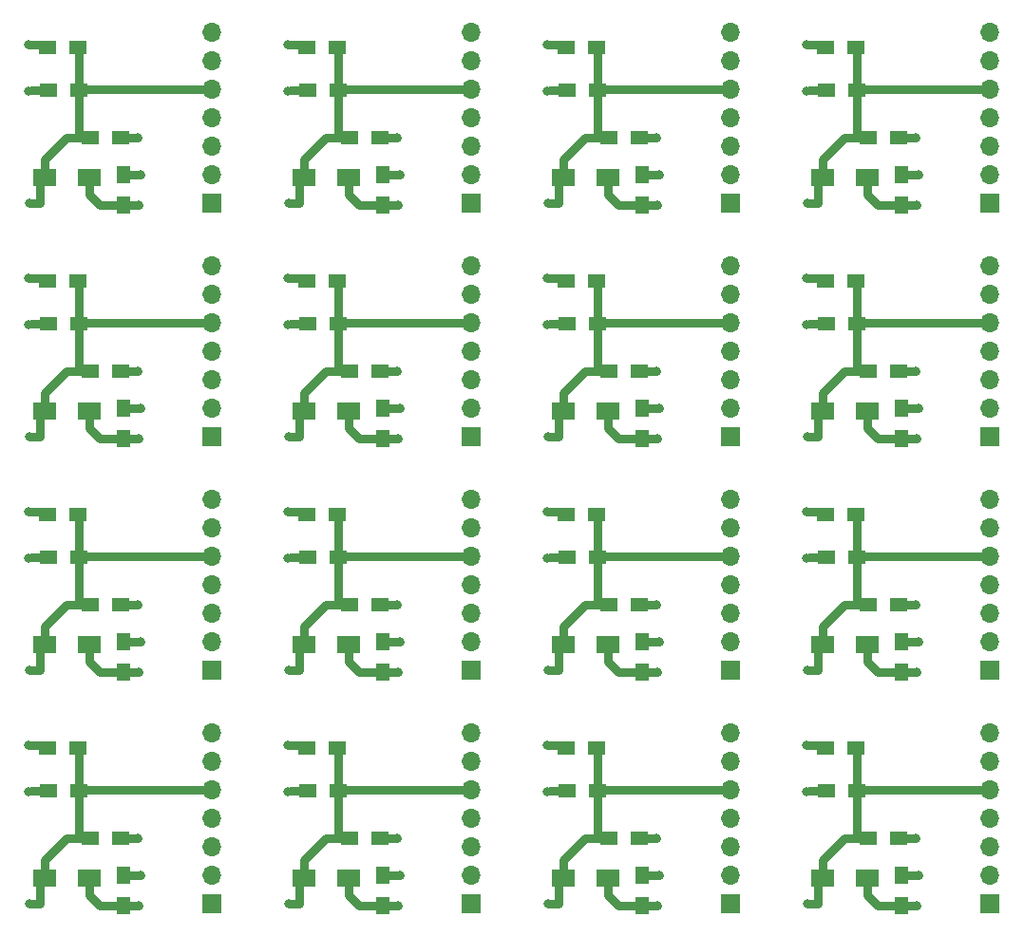
<source format=gbr>
G04 #@! TF.GenerationSoftware,KiCad,Pcbnew,5.1.6-c6e7f7d~86~ubuntu19.10.1*
G04 #@! TF.CreationDate,2021-03-24T16:57:24+01:00*
G04 #@! TF.ProjectId,ESP_12F,4553505f-3132-4462-9e6b-696361645f70,rev?*
G04 #@! TF.SameCoordinates,Original*
G04 #@! TF.FileFunction,Copper,L2,Bot*
G04 #@! TF.FilePolarity,Positive*
%FSLAX46Y46*%
G04 Gerber Fmt 4.6, Leading zero omitted, Abs format (unit mm)*
G04 Created by KiCad (PCBNEW 5.1.6-c6e7f7d~86~ubuntu19.10.1) date 2021-03-24 16:57:24*
%MOMM*%
%LPD*%
G01*
G04 APERTURE LIST*
G04 #@! TA.AperFunction,SMDPad,CuDef*
%ADD10R,1.500000X1.300000*%
G04 #@! TD*
G04 #@! TA.AperFunction,SMDPad,CuDef*
%ADD11R,2.000000X1.600000*%
G04 #@! TD*
G04 #@! TA.AperFunction,ComponentPad*
%ADD12R,1.700000X1.700000*%
G04 #@! TD*
G04 #@! TA.AperFunction,ComponentPad*
%ADD13O,1.700000X1.700000*%
G04 #@! TD*
G04 #@! TA.AperFunction,SMDPad,CuDef*
%ADD14R,1.300000X1.500000*%
G04 #@! TD*
G04 #@! TA.AperFunction,ViaPad*
%ADD15C,0.800000*%
G04 #@! TD*
G04 #@! TA.AperFunction,Conductor*
%ADD16C,0.800000*%
G04 #@! TD*
G04 APERTURE END LIST*
D10*
X191864000Y-80137000D03*
X194564000Y-80137000D03*
D11*
X172466000Y-91694000D03*
X168466000Y-91694000D03*
X195580000Y-133350000D03*
X191580000Y-133350000D03*
D10*
X194644000Y-83947000D03*
X191944000Y-83947000D03*
X168830000Y-104775000D03*
X171530000Y-104775000D03*
X198374000Y-129794000D03*
X195674000Y-129794000D03*
X191944000Y-125603000D03*
X194644000Y-125603000D03*
X194644000Y-104775000D03*
X191944000Y-104775000D03*
D12*
X206502000Y-73152000D03*
D13*
X206502000Y-70612000D03*
X206502000Y-68072000D03*
X206502000Y-65532000D03*
X206502000Y-62992000D03*
X206502000Y-60452000D03*
X206502000Y-57912000D03*
D10*
X171530000Y-63119000D03*
X168830000Y-63119000D03*
X171530000Y-125603000D03*
X168830000Y-125603000D03*
X195674000Y-88138000D03*
X198374000Y-88138000D03*
D14*
X175514000Y-73312000D03*
X175514000Y-70612000D03*
X198628000Y-70612000D03*
X198628000Y-73312000D03*
D13*
X183388000Y-57912000D03*
X183388000Y-60452000D03*
X183388000Y-62992000D03*
X183388000Y-65532000D03*
X183388000Y-68072000D03*
X183388000Y-70612000D03*
D12*
X183388000Y-73152000D03*
D11*
X168466000Y-133350000D03*
X172466000Y-133350000D03*
D10*
X191864000Y-100965000D03*
X194564000Y-100965000D03*
D11*
X191580000Y-91694000D03*
X195580000Y-91694000D03*
D10*
X171450000Y-80137000D03*
X168750000Y-80137000D03*
X191944000Y-63119000D03*
X194644000Y-63119000D03*
X195674000Y-108966000D03*
X198374000Y-108966000D03*
X172560000Y-67310000D03*
X175260000Y-67310000D03*
D11*
X172466000Y-112522000D03*
X168466000Y-112522000D03*
D10*
X171450000Y-100965000D03*
X168750000Y-100965000D03*
D14*
X175514000Y-91440000D03*
X175514000Y-94140000D03*
D11*
X195580000Y-70866000D03*
X191580000Y-70866000D03*
D13*
X206502000Y-78740000D03*
X206502000Y-81280000D03*
X206502000Y-83820000D03*
X206502000Y-86360000D03*
X206502000Y-88900000D03*
X206502000Y-91440000D03*
D12*
X206502000Y-93980000D03*
D14*
X198628000Y-94140000D03*
X198628000Y-91440000D03*
D10*
X194564000Y-121793000D03*
X191864000Y-121793000D03*
X168750000Y-121793000D03*
X171450000Y-121793000D03*
X172560000Y-129794000D03*
X175260000Y-129794000D03*
D12*
X206502000Y-135636000D03*
D13*
X206502000Y-133096000D03*
X206502000Y-130556000D03*
X206502000Y-128016000D03*
X206502000Y-125476000D03*
X206502000Y-122936000D03*
X206502000Y-120396000D03*
D12*
X183388000Y-114808000D03*
D13*
X183388000Y-112268000D03*
X183388000Y-109728000D03*
X183388000Y-107188000D03*
X183388000Y-104648000D03*
X183388000Y-102108000D03*
X183388000Y-99568000D03*
X206502000Y-99568000D03*
X206502000Y-102108000D03*
X206502000Y-104648000D03*
X206502000Y-107188000D03*
X206502000Y-109728000D03*
X206502000Y-112268000D03*
D12*
X206502000Y-114808000D03*
D10*
X168830000Y-83947000D03*
X171530000Y-83947000D03*
X175260000Y-88138000D03*
X172560000Y-88138000D03*
X175260000Y-108966000D03*
X172560000Y-108966000D03*
D14*
X198628000Y-114968000D03*
X198628000Y-112268000D03*
D12*
X183388000Y-93980000D03*
D13*
X183388000Y-91440000D03*
X183388000Y-88900000D03*
X183388000Y-86360000D03*
X183388000Y-83820000D03*
X183388000Y-81280000D03*
X183388000Y-78740000D03*
D14*
X198628000Y-133096000D03*
X198628000Y-135796000D03*
D11*
X191580000Y-112522000D03*
X195580000Y-112522000D03*
D10*
X198374000Y-67310000D03*
X195674000Y-67310000D03*
X194564000Y-59309000D03*
X191864000Y-59309000D03*
X168750000Y-59309000D03*
X171450000Y-59309000D03*
D11*
X168466000Y-70866000D03*
X172466000Y-70866000D03*
D13*
X183388000Y-120396000D03*
X183388000Y-122936000D03*
X183388000Y-125476000D03*
X183388000Y-128016000D03*
X183388000Y-130556000D03*
X183388000Y-133096000D03*
D12*
X183388000Y-135636000D03*
D14*
X175514000Y-135796000D03*
X175514000Y-133096000D03*
X175514000Y-112268000D03*
X175514000Y-114968000D03*
D10*
X238092000Y-121793000D03*
X240792000Y-121793000D03*
D11*
X218694000Y-133350000D03*
X214694000Y-133350000D03*
D10*
X240872000Y-125603000D03*
X238172000Y-125603000D03*
D12*
X252730000Y-114808000D03*
D13*
X252730000Y-112268000D03*
X252730000Y-109728000D03*
X252730000Y-107188000D03*
X252730000Y-104648000D03*
X252730000Y-102108000D03*
X252730000Y-99568000D03*
D10*
X217758000Y-104775000D03*
X215058000Y-104775000D03*
X241902000Y-129794000D03*
X244602000Y-129794000D03*
D14*
X221742000Y-114968000D03*
X221742000Y-112268000D03*
X244856000Y-112268000D03*
X244856000Y-114968000D03*
D13*
X229616000Y-99568000D03*
X229616000Y-102108000D03*
X229616000Y-104648000D03*
X229616000Y-107188000D03*
X229616000Y-109728000D03*
X229616000Y-112268000D03*
D12*
X229616000Y-114808000D03*
D11*
X237808000Y-133350000D03*
X241808000Y-133350000D03*
D10*
X217678000Y-121793000D03*
X214978000Y-121793000D03*
X238172000Y-104775000D03*
X240872000Y-104775000D03*
X218788000Y-108966000D03*
X221488000Y-108966000D03*
D14*
X221742000Y-133096000D03*
X221742000Y-135796000D03*
D11*
X241808000Y-112522000D03*
X237808000Y-112522000D03*
D13*
X252730000Y-120396000D03*
X252730000Y-122936000D03*
X252730000Y-125476000D03*
X252730000Y-128016000D03*
X252730000Y-130556000D03*
X252730000Y-133096000D03*
D12*
X252730000Y-135636000D03*
D14*
X244856000Y-135796000D03*
X244856000Y-133096000D03*
D10*
X215058000Y-125603000D03*
X217758000Y-125603000D03*
X221488000Y-129794000D03*
X218788000Y-129794000D03*
D12*
X229616000Y-135636000D03*
D13*
X229616000Y-133096000D03*
X229616000Y-130556000D03*
X229616000Y-128016000D03*
X229616000Y-125476000D03*
X229616000Y-122936000D03*
X229616000Y-120396000D03*
D10*
X244602000Y-108966000D03*
X241902000Y-108966000D03*
X240792000Y-100965000D03*
X238092000Y-100965000D03*
X214978000Y-100965000D03*
X217678000Y-100965000D03*
D11*
X214694000Y-112522000D03*
X218694000Y-112522000D03*
D12*
X252730000Y-93980000D03*
D13*
X252730000Y-91440000D03*
X252730000Y-88900000D03*
X252730000Y-86360000D03*
X252730000Y-83820000D03*
X252730000Y-81280000D03*
X252730000Y-78740000D03*
D10*
X217758000Y-83947000D03*
X215058000Y-83947000D03*
D14*
X221742000Y-94140000D03*
X221742000Y-91440000D03*
X244856000Y-91440000D03*
X244856000Y-94140000D03*
D13*
X229616000Y-78740000D03*
X229616000Y-81280000D03*
X229616000Y-83820000D03*
X229616000Y-86360000D03*
X229616000Y-88900000D03*
X229616000Y-91440000D03*
D12*
X229616000Y-93980000D03*
D10*
X238172000Y-83947000D03*
X240872000Y-83947000D03*
X218788000Y-88138000D03*
X221488000Y-88138000D03*
D11*
X241808000Y-91694000D03*
X237808000Y-91694000D03*
D10*
X244602000Y-88138000D03*
X241902000Y-88138000D03*
X240792000Y-80137000D03*
X238092000Y-80137000D03*
X214978000Y-80137000D03*
X217678000Y-80137000D03*
D11*
X214694000Y-91694000D03*
X218694000Y-91694000D03*
D12*
X229616000Y-73152000D03*
D13*
X229616000Y-70612000D03*
X229616000Y-68072000D03*
X229616000Y-65532000D03*
X229616000Y-62992000D03*
X229616000Y-60452000D03*
X229616000Y-57912000D03*
D14*
X221742000Y-70612000D03*
X221742000Y-73312000D03*
D10*
X215058000Y-63119000D03*
X217758000Y-63119000D03*
D11*
X218694000Y-70866000D03*
X214694000Y-70866000D03*
D10*
X221488000Y-67310000D03*
X218788000Y-67310000D03*
X217678000Y-59309000D03*
X214978000Y-59309000D03*
D13*
X252730000Y-57912000D03*
X252730000Y-60452000D03*
X252730000Y-62992000D03*
X252730000Y-65532000D03*
X252730000Y-68072000D03*
X252730000Y-70612000D03*
D12*
X252730000Y-73152000D03*
D11*
X237808000Y-70866000D03*
X241808000Y-70866000D03*
D10*
X240872000Y-63119000D03*
X238172000Y-63119000D03*
X238092000Y-59309000D03*
X240792000Y-59309000D03*
X241902000Y-67310000D03*
X244602000Y-67310000D03*
D14*
X244856000Y-73312000D03*
X244856000Y-70612000D03*
D15*
X236444000Y-73182000D03*
X213330000Y-73182000D03*
X236444000Y-94010000D03*
X213330000Y-94010000D03*
X213330000Y-135666000D03*
X236444000Y-114838000D03*
X236444000Y-135666000D03*
X213330000Y-114838000D03*
X167102000Y-135666000D03*
X167102000Y-94010000D03*
X190216000Y-114838000D03*
X190216000Y-135666000D03*
X190216000Y-73182000D03*
X190216000Y-94010000D03*
X167102000Y-114838000D03*
X167102000Y-73182000D03*
X246220000Y-73312000D03*
X223106000Y-73312000D03*
X246220000Y-94140000D03*
X223106000Y-94140000D03*
X246220000Y-135796000D03*
X246220000Y-114968000D03*
X223106000Y-114968000D03*
X223106000Y-135796000D03*
X199992000Y-94140000D03*
X199992000Y-73312000D03*
X199992000Y-135796000D03*
X176878000Y-114968000D03*
X176878000Y-135796000D03*
X199992000Y-114968000D03*
X176878000Y-73312000D03*
X176878000Y-94140000D03*
X236410000Y-63182000D03*
X213296000Y-63182000D03*
X213296000Y-84010000D03*
X236410000Y-84010000D03*
X213296000Y-104838000D03*
X236410000Y-125666000D03*
X213296000Y-125666000D03*
X236410000Y-104838000D03*
X167068000Y-63182000D03*
X190182000Y-84010000D03*
X190182000Y-104838000D03*
X167068000Y-125666000D03*
X167068000Y-84010000D03*
X190182000Y-63182000D03*
X167068000Y-104838000D03*
X190182000Y-125666000D03*
X236406001Y-59067001D03*
X213292001Y-59067001D03*
X236406001Y-79895001D03*
X213292001Y-79895001D03*
X236406001Y-100723001D03*
X213292001Y-100723001D03*
X236406001Y-121551001D03*
X213292001Y-121551001D03*
X167064001Y-121551001D03*
X190178001Y-59067001D03*
X167064001Y-59067001D03*
X190178001Y-79895001D03*
X167064001Y-79895001D03*
X190178001Y-121551001D03*
X190178001Y-100723001D03*
X167064001Y-100723001D03*
X246380000Y-70612000D03*
X223266000Y-70612000D03*
X246380000Y-91440000D03*
X223266000Y-91440000D03*
X223266000Y-133096000D03*
X246380000Y-112268000D03*
X223266000Y-112268000D03*
X246380000Y-133096000D03*
X200152000Y-112268000D03*
X200152000Y-133096000D03*
X177038000Y-91440000D03*
X200152000Y-70612000D03*
X177038000Y-70612000D03*
X177038000Y-112268000D03*
X177038000Y-133096000D03*
X200152000Y-91440000D03*
X246126000Y-67310000D03*
X223012000Y-67310000D03*
X223012000Y-88138000D03*
X246126000Y-88138000D03*
X246126000Y-129794000D03*
X223012000Y-108966000D03*
X246126000Y-108966000D03*
X223012000Y-129794000D03*
X176784000Y-108966000D03*
X199898000Y-108966000D03*
X199898000Y-88138000D03*
X176784000Y-67310000D03*
X199898000Y-129794000D03*
X199898000Y-67310000D03*
X176784000Y-129794000D03*
X176784000Y-88138000D03*
D16*
X240951999Y-63039001D02*
X240872000Y-63119000D01*
X252523001Y-63039001D02*
X240951999Y-63039001D01*
X240872000Y-59389000D02*
X240792000Y-59309000D01*
X240872000Y-63119000D02*
X240872000Y-59389000D01*
X236444000Y-73182000D02*
X237397000Y-73182000D01*
X237397000Y-71277000D02*
X237808000Y-70866000D01*
X237397000Y-73182000D02*
X237397000Y-71277000D01*
X237808000Y-70866000D02*
X237808000Y-69278000D01*
X237808000Y-69278000D02*
X239776000Y-67310000D01*
X240872000Y-63119000D02*
X240872000Y-66882000D01*
X240872000Y-66882000D02*
X241300000Y-67310000D01*
X241300000Y-67310000D02*
X241902000Y-67310000D01*
X239776000Y-67310000D02*
X241300000Y-67310000D01*
X217758000Y-63119000D02*
X217758000Y-59389000D01*
X217758000Y-59389000D02*
X217678000Y-59309000D01*
X217758000Y-63119000D02*
X217758000Y-66882000D01*
X214694000Y-69278000D02*
X216662000Y-67310000D01*
X216662000Y-67310000D02*
X218186000Y-67310000D01*
X214283000Y-71277000D02*
X214694000Y-70866000D01*
X217758000Y-66882000D02*
X218186000Y-67310000D01*
X218186000Y-67310000D02*
X218788000Y-67310000D01*
X229409001Y-63039001D02*
X217837999Y-63039001D01*
X217837999Y-63039001D02*
X217758000Y-63119000D01*
X214283000Y-73182000D02*
X214283000Y-71277000D01*
X213330000Y-73182000D02*
X214283000Y-73182000D01*
X214694000Y-70866000D02*
X214694000Y-69278000D01*
X240872000Y-83947000D02*
X240872000Y-80217000D01*
X213330000Y-94010000D02*
X214283000Y-94010000D01*
X217758000Y-83947000D02*
X217758000Y-80217000D01*
X240872000Y-80217000D02*
X240792000Y-80137000D01*
X217837999Y-83867001D02*
X217758000Y-83947000D01*
X214694000Y-90106000D02*
X216662000Y-88138000D01*
X240872000Y-83947000D02*
X240872000Y-87710000D01*
X237808000Y-90106000D02*
X239776000Y-88138000D01*
X239776000Y-88138000D02*
X241300000Y-88138000D01*
X237397000Y-92105000D02*
X237808000Y-91694000D01*
X240872000Y-87710000D02*
X241300000Y-88138000D01*
X214283000Y-92105000D02*
X214694000Y-91694000D01*
X241300000Y-88138000D02*
X241902000Y-88138000D01*
X252523001Y-83867001D02*
X240951999Y-83867001D01*
X218186000Y-88138000D02*
X218788000Y-88138000D01*
X229409001Y-83867001D02*
X217837999Y-83867001D01*
X240951999Y-83867001D02*
X240872000Y-83947000D01*
X237397000Y-94010000D02*
X237397000Y-92105000D01*
X214694000Y-91694000D02*
X214694000Y-90106000D01*
X236444000Y-94010000D02*
X237397000Y-94010000D01*
X214283000Y-94010000D02*
X214283000Y-92105000D01*
X237808000Y-91694000D02*
X237808000Y-90106000D01*
X216662000Y-88138000D02*
X218186000Y-88138000D01*
X217758000Y-80217000D02*
X217678000Y-80137000D01*
X217758000Y-87710000D02*
X218186000Y-88138000D01*
X217758000Y-83947000D02*
X217758000Y-87710000D01*
X239776000Y-129794000D02*
X241300000Y-129794000D01*
X213330000Y-135666000D02*
X214283000Y-135666000D01*
X240872000Y-104775000D02*
X240872000Y-101045000D01*
X213330000Y-114838000D02*
X214283000Y-114838000D01*
X237808000Y-131762000D02*
X239776000Y-129794000D01*
X217758000Y-104775000D02*
X217758000Y-101045000D01*
X240872000Y-101045000D02*
X240792000Y-100965000D01*
X217837999Y-104695001D02*
X217758000Y-104775000D01*
X236444000Y-135666000D02*
X237397000Y-135666000D01*
X217758000Y-129366000D02*
X218186000Y-129794000D01*
X214694000Y-110934000D02*
X216662000Y-108966000D01*
X240872000Y-104775000D02*
X240872000Y-108538000D01*
X237808000Y-110934000D02*
X239776000Y-108966000D01*
X239776000Y-108966000D02*
X241300000Y-108966000D01*
X240951999Y-125523001D02*
X240872000Y-125603000D01*
X237397000Y-135666000D02*
X237397000Y-133761000D01*
X240872000Y-125603000D02*
X240872000Y-129366000D01*
X214283000Y-135666000D02*
X214283000Y-133761000D01*
X237397000Y-112933000D02*
X237808000Y-112522000D01*
X240872000Y-108538000D02*
X241300000Y-108966000D01*
X214283000Y-112933000D02*
X214694000Y-112522000D01*
X217758000Y-121873000D02*
X217678000Y-121793000D01*
X217758000Y-125603000D02*
X217758000Y-121873000D01*
X240872000Y-121873000D02*
X240792000Y-121793000D01*
X217837999Y-125523001D02*
X217758000Y-125603000D01*
X214694000Y-131762000D02*
X216662000Y-129794000D01*
X218186000Y-129794000D02*
X218788000Y-129794000D01*
X229409001Y-125523001D02*
X217837999Y-125523001D01*
X241300000Y-108966000D02*
X241902000Y-108966000D01*
X240872000Y-125603000D02*
X240872000Y-121873000D01*
X252523001Y-104695001D02*
X240951999Y-104695001D01*
X218186000Y-108966000D02*
X218788000Y-108966000D01*
X229409001Y-104695001D02*
X217837999Y-104695001D01*
X241300000Y-129794000D02*
X241902000Y-129794000D01*
X252523001Y-125523001D02*
X240951999Y-125523001D01*
X240951999Y-104695001D02*
X240872000Y-104775000D01*
X237397000Y-114838000D02*
X237397000Y-112933000D01*
X237808000Y-133350000D02*
X237808000Y-131762000D01*
X214694000Y-112522000D02*
X214694000Y-110934000D01*
X236444000Y-114838000D02*
X237397000Y-114838000D01*
X214283000Y-114838000D02*
X214283000Y-112933000D01*
X237808000Y-112522000D02*
X237808000Y-110934000D01*
X217758000Y-125603000D02*
X217758000Y-129366000D01*
X216662000Y-108966000D02*
X218186000Y-108966000D01*
X217758000Y-101045000D02*
X217678000Y-100965000D01*
X214694000Y-133350000D02*
X214694000Y-131762000D01*
X217758000Y-108538000D02*
X218186000Y-108966000D01*
X237397000Y-133761000D02*
X237808000Y-133350000D01*
X240872000Y-129366000D02*
X241300000Y-129794000D01*
X214283000Y-133761000D02*
X214694000Y-133350000D01*
X216662000Y-129794000D02*
X218186000Y-129794000D01*
X217758000Y-104775000D02*
X217758000Y-108538000D01*
X193548000Y-88138000D02*
X195072000Y-88138000D01*
X167102000Y-94010000D02*
X168055000Y-94010000D01*
X191580000Y-110934000D02*
X193548000Y-108966000D01*
X194644000Y-63119000D02*
X194644000Y-59389000D01*
X168055000Y-135666000D02*
X168055000Y-133761000D01*
X191580000Y-131762000D02*
X193548000Y-129794000D01*
X167102000Y-73182000D02*
X168055000Y-73182000D01*
X191580000Y-90106000D02*
X193548000Y-88138000D01*
X171530000Y-63119000D02*
X171530000Y-59389000D01*
X194644000Y-59389000D02*
X194564000Y-59309000D01*
X171609999Y-63039001D02*
X171530000Y-63119000D01*
X190216000Y-94010000D02*
X191169000Y-94010000D01*
X195072000Y-108966000D02*
X195674000Y-108966000D01*
X194644000Y-125603000D02*
X194644000Y-121873000D01*
X206295001Y-104695001D02*
X194723999Y-104695001D01*
X171530000Y-87710000D02*
X171958000Y-88138000D01*
X168466000Y-69278000D02*
X170434000Y-67310000D01*
X194644000Y-63119000D02*
X194644000Y-66882000D01*
X191580000Y-69278000D02*
X193548000Y-67310000D01*
X168466000Y-110934000D02*
X170434000Y-108966000D01*
X194723999Y-104695001D02*
X194644000Y-104775000D01*
X193548000Y-67310000D02*
X195072000Y-67310000D01*
X168055000Y-114838000D02*
X168055000Y-112933000D01*
X191580000Y-112522000D02*
X191580000Y-110934000D01*
X171530000Y-125603000D02*
X171530000Y-129366000D01*
X195072000Y-129794000D02*
X195674000Y-129794000D01*
X206295001Y-125523001D02*
X194723999Y-125523001D01*
X194723999Y-83867001D02*
X194644000Y-83947000D01*
X191169000Y-94010000D02*
X191169000Y-92105000D01*
X194644000Y-83947000D02*
X194644000Y-87710000D01*
X191169000Y-135666000D02*
X191169000Y-133761000D01*
X170434000Y-108966000D02*
X171958000Y-108966000D01*
X171530000Y-101045000D02*
X171450000Y-100965000D01*
X168466000Y-133350000D02*
X168466000Y-131762000D01*
X168055000Y-94010000D02*
X168055000Y-92105000D01*
X171958000Y-129794000D02*
X172560000Y-129794000D01*
X183181001Y-125523001D02*
X171609999Y-125523001D01*
X194644000Y-101045000D02*
X194564000Y-100965000D01*
X171609999Y-104695001D02*
X171530000Y-104775000D01*
X190216000Y-135666000D02*
X191169000Y-135666000D01*
X171530000Y-129366000D02*
X171958000Y-129794000D01*
X191169000Y-71277000D02*
X191580000Y-70866000D01*
X168466000Y-112522000D02*
X168466000Y-110934000D01*
X194644000Y-66882000D02*
X195072000Y-67310000D01*
X168055000Y-71277000D02*
X168466000Y-70866000D01*
X167102000Y-135666000D02*
X168055000Y-135666000D01*
X191169000Y-112933000D02*
X191580000Y-112522000D01*
X194644000Y-108538000D02*
X195072000Y-108966000D01*
X168055000Y-112933000D02*
X168466000Y-112522000D01*
X191169000Y-114838000D02*
X191169000Y-112933000D01*
X171530000Y-80217000D02*
X171450000Y-80137000D01*
X167102000Y-114838000D02*
X168055000Y-114838000D01*
X171530000Y-83947000D02*
X171530000Y-80217000D01*
X194644000Y-80217000D02*
X194564000Y-80137000D01*
X171609999Y-83867001D02*
X171530000Y-83947000D01*
X168466000Y-90106000D02*
X170434000Y-88138000D01*
X171958000Y-88138000D02*
X172560000Y-88138000D01*
X183181001Y-83867001D02*
X171609999Y-83867001D01*
X171958000Y-108966000D02*
X172560000Y-108966000D01*
X183181001Y-104695001D02*
X171609999Y-104695001D01*
X195072000Y-67310000D02*
X195674000Y-67310000D01*
X194644000Y-83947000D02*
X194644000Y-80217000D01*
X206295001Y-63039001D02*
X194723999Y-63039001D01*
X171958000Y-67310000D02*
X172560000Y-67310000D01*
X183181001Y-63039001D02*
X171609999Y-63039001D01*
X195072000Y-88138000D02*
X195674000Y-88138000D01*
X206295001Y-83867001D02*
X194723999Y-83867001D01*
X194644000Y-104775000D02*
X194644000Y-108538000D01*
X194723999Y-63039001D02*
X194644000Y-63119000D01*
X190216000Y-114838000D02*
X191169000Y-114838000D01*
X191169000Y-73182000D02*
X191169000Y-71277000D01*
X171530000Y-108538000D02*
X171958000Y-108966000D01*
X171530000Y-121873000D02*
X171450000Y-121793000D01*
X193548000Y-108966000D02*
X195072000Y-108966000D01*
X191580000Y-133350000D02*
X191580000Y-131762000D01*
X171530000Y-104775000D02*
X171530000Y-108538000D01*
X194644000Y-104775000D02*
X194644000Y-101045000D01*
X193548000Y-129794000D02*
X195072000Y-129794000D01*
X191580000Y-91694000D02*
X191580000Y-90106000D01*
X194723999Y-125523001D02*
X194644000Y-125603000D01*
X168466000Y-70866000D02*
X168466000Y-69278000D01*
X190216000Y-73182000D02*
X191169000Y-73182000D01*
X171530000Y-125603000D02*
X171530000Y-121873000D01*
X194644000Y-121873000D02*
X194564000Y-121793000D01*
X171609999Y-125523001D02*
X171530000Y-125603000D01*
X168466000Y-131762000D02*
X170434000Y-129794000D01*
X168055000Y-73182000D02*
X168055000Y-71277000D01*
X191169000Y-133761000D02*
X191580000Y-133350000D01*
X194644000Y-129366000D02*
X195072000Y-129794000D01*
X168055000Y-133761000D02*
X168466000Y-133350000D01*
X170434000Y-129794000D02*
X171958000Y-129794000D01*
X191580000Y-70866000D02*
X191580000Y-69278000D01*
X171530000Y-104775000D02*
X171530000Y-101045000D01*
X171530000Y-83947000D02*
X171530000Y-87710000D01*
X170434000Y-67310000D02*
X171958000Y-67310000D01*
X194644000Y-125603000D02*
X194644000Y-129366000D01*
X171530000Y-59389000D02*
X171450000Y-59309000D01*
X168466000Y-91694000D02*
X168466000Y-90106000D01*
X171530000Y-66882000D02*
X171958000Y-67310000D01*
X191169000Y-92105000D02*
X191580000Y-91694000D01*
X194644000Y-87710000D02*
X195072000Y-88138000D01*
X168055000Y-92105000D02*
X168466000Y-91694000D01*
X170434000Y-88138000D02*
X171958000Y-88138000D01*
X171530000Y-63119000D02*
X171530000Y-66882000D01*
X241808000Y-70866000D02*
X241808000Y-72390000D01*
X242730000Y-73312000D02*
X244856000Y-73312000D01*
X241808000Y-72390000D02*
X242730000Y-73312000D01*
X244856000Y-73312000D02*
X246220000Y-73312000D01*
X246220000Y-73312000D02*
X246220000Y-73312000D01*
X218694000Y-70866000D02*
X218694000Y-72390000D01*
X223106000Y-73312000D02*
X223106000Y-73312000D01*
X219616000Y-73312000D02*
X221742000Y-73312000D01*
X218694000Y-72390000D02*
X219616000Y-73312000D01*
X221742000Y-73312000D02*
X223106000Y-73312000D01*
X218694000Y-91694000D02*
X218694000Y-93218000D01*
X223106000Y-94140000D02*
X223106000Y-94140000D01*
X219616000Y-94140000D02*
X221742000Y-94140000D01*
X241808000Y-91694000D02*
X241808000Y-93218000D01*
X246220000Y-94140000D02*
X246220000Y-94140000D01*
X242730000Y-94140000D02*
X244856000Y-94140000D01*
X221742000Y-94140000D02*
X223106000Y-94140000D01*
X218694000Y-93218000D02*
X219616000Y-94140000D01*
X241808000Y-93218000D02*
X242730000Y-94140000D01*
X244856000Y-94140000D02*
X246220000Y-94140000D01*
X241808000Y-133350000D02*
X241808000Y-134874000D01*
X218694000Y-112522000D02*
X218694000Y-114046000D01*
X223106000Y-114968000D02*
X223106000Y-114968000D01*
X219616000Y-114968000D02*
X221742000Y-114968000D01*
X246220000Y-135796000D02*
X246220000Y-135796000D01*
X244856000Y-135796000D02*
X246220000Y-135796000D01*
X241808000Y-112522000D02*
X241808000Y-114046000D01*
X246220000Y-114968000D02*
X246220000Y-114968000D01*
X221742000Y-135796000D02*
X223106000Y-135796000D01*
X242730000Y-114968000D02*
X244856000Y-114968000D01*
X221742000Y-114968000D02*
X223106000Y-114968000D01*
X223106000Y-135796000D02*
X223106000Y-135796000D01*
X218694000Y-114046000D02*
X219616000Y-114968000D01*
X241808000Y-114046000D02*
X242730000Y-114968000D01*
X218694000Y-133350000D02*
X218694000Y-134874000D01*
X242730000Y-135796000D02*
X244856000Y-135796000D01*
X218694000Y-134874000D02*
X219616000Y-135796000D01*
X244856000Y-114968000D02*
X246220000Y-114968000D01*
X241808000Y-134874000D02*
X242730000Y-135796000D01*
X219616000Y-135796000D02*
X221742000Y-135796000D01*
X175514000Y-114968000D02*
X176878000Y-114968000D01*
X198628000Y-135796000D02*
X199992000Y-135796000D01*
X195580000Y-91694000D02*
X195580000Y-93218000D01*
X172466000Y-70866000D02*
X172466000Y-72390000D01*
X176878000Y-73312000D02*
X176878000Y-73312000D01*
X195580000Y-112522000D02*
X195580000Y-114046000D01*
X199992000Y-114968000D02*
X199992000Y-114968000D01*
X175514000Y-135796000D02*
X176878000Y-135796000D01*
X173388000Y-73312000D02*
X175514000Y-73312000D01*
X199992000Y-94140000D02*
X199992000Y-94140000D01*
X198628000Y-94140000D02*
X199992000Y-94140000D01*
X172466000Y-134874000D02*
X173388000Y-135796000D01*
X195580000Y-70866000D02*
X195580000Y-72390000D01*
X199992000Y-73312000D02*
X199992000Y-73312000D01*
X175514000Y-94140000D02*
X176878000Y-94140000D01*
X172466000Y-114046000D02*
X173388000Y-114968000D01*
X196502000Y-73312000D02*
X198628000Y-73312000D01*
X175514000Y-73312000D02*
X176878000Y-73312000D01*
X176878000Y-94140000D02*
X176878000Y-94140000D01*
X198628000Y-114968000D02*
X199992000Y-114968000D01*
X172466000Y-72390000D02*
X173388000Y-73312000D01*
X176878000Y-135796000D02*
X176878000Y-135796000D01*
X195580000Y-72390000D02*
X196502000Y-73312000D01*
X172466000Y-133350000D02*
X172466000Y-134874000D01*
X172466000Y-91694000D02*
X172466000Y-93218000D01*
X196502000Y-94140000D02*
X198628000Y-94140000D01*
X172466000Y-93218000D02*
X173388000Y-94140000D01*
X195580000Y-134874000D02*
X196502000Y-135796000D01*
X196502000Y-114968000D02*
X198628000Y-114968000D01*
X195580000Y-133350000D02*
X195580000Y-134874000D01*
X172466000Y-112522000D02*
X172466000Y-114046000D01*
X198628000Y-73312000D02*
X199992000Y-73312000D01*
X195580000Y-114046000D02*
X196502000Y-114968000D01*
X173388000Y-135796000D02*
X175514000Y-135796000D01*
X176878000Y-114968000D02*
X176878000Y-114968000D01*
X173388000Y-114968000D02*
X175514000Y-114968000D01*
X199992000Y-135796000D02*
X199992000Y-135796000D01*
X196502000Y-135796000D02*
X198628000Y-135796000D01*
X195580000Y-93218000D02*
X196502000Y-94140000D01*
X173388000Y-94140000D02*
X175514000Y-94140000D01*
X238172000Y-63119000D02*
X236601000Y-63119000D01*
X215058000Y-63119000D02*
X213487000Y-63119000D01*
X215058000Y-83947000D02*
X213487000Y-83947000D01*
X238172000Y-83947000D02*
X236601000Y-83947000D01*
X215058000Y-104775000D02*
X213487000Y-104775000D01*
X238172000Y-125603000D02*
X236601000Y-125603000D01*
X215058000Y-125603000D02*
X213487000Y-125603000D01*
X238172000Y-104775000D02*
X236601000Y-104775000D01*
X191944000Y-104775000D02*
X190373000Y-104775000D01*
X168830000Y-63119000D02*
X167259000Y-63119000D01*
X191944000Y-83947000D02*
X190373000Y-83947000D01*
X191944000Y-125603000D02*
X190373000Y-125603000D01*
X168830000Y-83947000D02*
X167259000Y-83947000D01*
X168830000Y-125603000D02*
X167259000Y-125603000D01*
X191944000Y-63119000D02*
X190373000Y-63119000D01*
X168830000Y-104775000D02*
X167259000Y-104775000D01*
X237850001Y-59067001D02*
X238092000Y-59309000D01*
X236406001Y-59067001D02*
X237850001Y-59067001D01*
X213292001Y-59067001D02*
X214736001Y-59067001D01*
X214736001Y-59067001D02*
X214978000Y-59309000D01*
X236406001Y-79895001D02*
X237850001Y-79895001D01*
X214736001Y-79895001D02*
X214978000Y-80137000D01*
X237850001Y-79895001D02*
X238092000Y-80137000D01*
X213292001Y-79895001D02*
X214736001Y-79895001D01*
X236406001Y-100723001D02*
X237850001Y-100723001D01*
X214736001Y-100723001D02*
X214978000Y-100965000D01*
X213292001Y-121551001D02*
X214736001Y-121551001D01*
X237850001Y-100723001D02*
X238092000Y-100965000D01*
X236406001Y-121551001D02*
X237850001Y-121551001D01*
X213292001Y-100723001D02*
X214736001Y-100723001D01*
X214736001Y-121551001D02*
X214978000Y-121793000D01*
X237850001Y-121551001D02*
X238092000Y-121793000D01*
X190178001Y-59067001D02*
X191622001Y-59067001D01*
X168508001Y-59067001D02*
X168750000Y-59309000D01*
X191622001Y-100723001D02*
X191864000Y-100965000D01*
X167064001Y-79895001D02*
X168508001Y-79895001D01*
X191622001Y-59067001D02*
X191864000Y-59309000D01*
X190178001Y-79895001D02*
X191622001Y-79895001D01*
X167064001Y-59067001D02*
X168508001Y-59067001D01*
X167064001Y-100723001D02*
X168508001Y-100723001D01*
X168508001Y-79895001D02*
X168750000Y-80137000D01*
X191622001Y-79895001D02*
X191864000Y-80137000D01*
X168508001Y-121551001D02*
X168750000Y-121793000D01*
X167064001Y-121551001D02*
X168508001Y-121551001D01*
X190178001Y-100723001D02*
X191622001Y-100723001D01*
X168508001Y-100723001D02*
X168750000Y-100965000D01*
X190178001Y-121551001D02*
X191622001Y-121551001D01*
X191622001Y-121551001D02*
X191864000Y-121793000D01*
X244856000Y-70612000D02*
X246380000Y-70612000D01*
X246380000Y-70612000D02*
X246380000Y-70612000D01*
X221742000Y-70612000D02*
X223266000Y-70612000D01*
X223266000Y-70612000D02*
X223266000Y-70612000D01*
X244856000Y-91440000D02*
X246380000Y-91440000D01*
X246380000Y-91440000D02*
X246380000Y-91440000D01*
X221742000Y-91440000D02*
X223266000Y-91440000D01*
X223266000Y-91440000D02*
X223266000Y-91440000D01*
X223266000Y-133096000D02*
X223266000Y-133096000D01*
X244856000Y-112268000D02*
X246380000Y-112268000D01*
X246380000Y-112268000D02*
X246380000Y-112268000D01*
X221742000Y-112268000D02*
X223266000Y-112268000D01*
X221742000Y-133096000D02*
X223266000Y-133096000D01*
X244856000Y-133096000D02*
X246380000Y-133096000D01*
X223266000Y-112268000D02*
X223266000Y-112268000D01*
X246380000Y-133096000D02*
X246380000Y-133096000D01*
X200152000Y-112268000D02*
X200152000Y-112268000D01*
X198628000Y-112268000D02*
X200152000Y-112268000D01*
X198628000Y-133096000D02*
X200152000Y-133096000D01*
X177038000Y-91440000D02*
X177038000Y-91440000D01*
X175514000Y-133096000D02*
X177038000Y-133096000D01*
X177038000Y-133096000D02*
X177038000Y-133096000D01*
X198628000Y-70612000D02*
X200152000Y-70612000D01*
X200152000Y-70612000D02*
X200152000Y-70612000D01*
X175514000Y-70612000D02*
X177038000Y-70612000D01*
X175514000Y-91440000D02*
X177038000Y-91440000D01*
X177038000Y-112268000D02*
X177038000Y-112268000D01*
X175514000Y-112268000D02*
X177038000Y-112268000D01*
X198628000Y-91440000D02*
X200152000Y-91440000D01*
X200152000Y-133096000D02*
X200152000Y-133096000D01*
X177038000Y-70612000D02*
X177038000Y-70612000D01*
X200152000Y-91440000D02*
X200152000Y-91440000D01*
X244602000Y-67310000D02*
X246126000Y-67310000D01*
X246126000Y-67310000D02*
X246126000Y-67310000D01*
X223012000Y-67310000D02*
X223012000Y-67310000D01*
X221488000Y-67310000D02*
X223012000Y-67310000D01*
X246126000Y-88138000D02*
X246126000Y-88138000D01*
X244602000Y-88138000D02*
X246126000Y-88138000D01*
X223012000Y-88138000D02*
X223012000Y-88138000D01*
X221488000Y-88138000D02*
X223012000Y-88138000D01*
X221488000Y-129794000D02*
X223012000Y-129794000D01*
X246126000Y-108966000D02*
X246126000Y-108966000D01*
X244602000Y-129794000D02*
X246126000Y-129794000D01*
X246126000Y-129794000D02*
X246126000Y-129794000D01*
X244602000Y-108966000D02*
X246126000Y-108966000D01*
X223012000Y-108966000D02*
X223012000Y-108966000D01*
X221488000Y-108966000D02*
X223012000Y-108966000D01*
X223012000Y-129794000D02*
X223012000Y-129794000D01*
X175260000Y-129794000D02*
X176784000Y-129794000D01*
X198374000Y-108966000D02*
X199898000Y-108966000D01*
X176784000Y-129794000D02*
X176784000Y-129794000D01*
X175260000Y-88138000D02*
X176784000Y-88138000D01*
X198374000Y-129794000D02*
X199898000Y-129794000D01*
X199898000Y-129794000D02*
X199898000Y-129794000D01*
X199898000Y-67310000D02*
X199898000Y-67310000D01*
X199898000Y-108966000D02*
X199898000Y-108966000D01*
X198374000Y-88138000D02*
X199898000Y-88138000D01*
X199898000Y-88138000D02*
X199898000Y-88138000D01*
X198374000Y-67310000D02*
X199898000Y-67310000D01*
X176784000Y-67310000D02*
X176784000Y-67310000D01*
X175260000Y-108966000D02*
X176784000Y-108966000D01*
X176784000Y-108966000D02*
X176784000Y-108966000D01*
X175260000Y-67310000D02*
X176784000Y-67310000D01*
X176784000Y-88138000D02*
X176784000Y-88138000D01*
M02*

</source>
